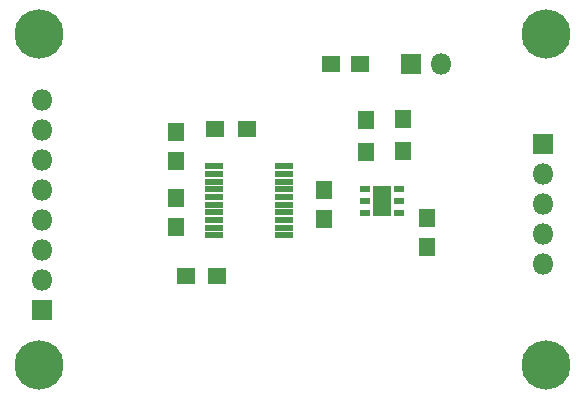
<source format=gts>
%TF.GenerationSoftware,KiCad,Pcbnew,4.0.7*%
%TF.CreationDate,2018-04-09T00:36:22-04:00*%
%TF.ProjectId,TemperatureHumidityEPD,54656D706572617475726548756D6964,rev?*%
%TF.FileFunction,Soldermask,Top*%
%FSLAX46Y46*%
G04 Gerber Fmt 4.6, Leading zero omitted, Abs format (unit mm)*
G04 Created by KiCad (PCBNEW 4.0.7) date Monday, 09 April 2018 'AMt' 00:36:22*
%MOMM*%
%LPD*%
G01*
G04 APERTURE LIST*
%ADD10C,0.127000*%
%ADD11R,0.950000X0.550000*%
%ADD12R,1.600000X2.500000*%
%ADD13R,1.350000X1.600000*%
%ADD14R,1.600000X1.350000*%
%ADD15R,1.800000X1.800000*%
%ADD16O,1.800000X1.800000*%
%ADD17R,1.600000X1.400000*%
%ADD18C,4.164000*%
%ADD19R,1.400000X1.600000*%
%ADD20R,1.550000X0.550000*%
G04 APERTURE END LIST*
D10*
D11*
X130150000Y-95575000D03*
X130150000Y-96600000D03*
X130150000Y-97625000D03*
X133050000Y-97625000D03*
X133055000Y-96600000D03*
X133050000Y-95575000D03*
D12*
X131600000Y-96600000D03*
D13*
X114100000Y-90750000D03*
X114100000Y-93250000D03*
X114100000Y-96350000D03*
X114100000Y-98850000D03*
X126700000Y-95650000D03*
X126700000Y-98150000D03*
D14*
X127250000Y-85000000D03*
X129750000Y-85000000D03*
D13*
X135400000Y-98050000D03*
X135400000Y-100550000D03*
D15*
X102800000Y-105860000D03*
D16*
X102800000Y-103320000D03*
X102800000Y-100780000D03*
X102800000Y-98240000D03*
X102800000Y-95700000D03*
X102800000Y-93160000D03*
X102800000Y-90620000D03*
X102800000Y-88080000D03*
D15*
X145200000Y-91760000D03*
D16*
X145200000Y-94300000D03*
X145200000Y-96840000D03*
X145200000Y-99380000D03*
X145200000Y-101920000D03*
D15*
X134000000Y-85000000D03*
D16*
X136540000Y-85000000D03*
D17*
X114950000Y-103000000D03*
X117650000Y-103000000D03*
D18*
X145500000Y-110500000D03*
X102500000Y-82500000D03*
X102500000Y-110500000D03*
X145500000Y-82500000D03*
D17*
X120150000Y-90500000D03*
X117450000Y-90500000D03*
D19*
X130200000Y-89750000D03*
X130200000Y-92450000D03*
X133400000Y-89650000D03*
X133400000Y-92350000D03*
D20*
X117350000Y-93675000D03*
X117350000Y-94325000D03*
X117350000Y-94975000D03*
X117350000Y-95625000D03*
X117350000Y-96275000D03*
X117350000Y-96925000D03*
X117350000Y-97575000D03*
X117350000Y-98225000D03*
X117350000Y-98875000D03*
X117350000Y-99525000D03*
X123250000Y-99525000D03*
X123250000Y-98875000D03*
X123250000Y-98225000D03*
X123250000Y-97575000D03*
X123250000Y-96925000D03*
X123250000Y-96275000D03*
X123250000Y-95625000D03*
X123250000Y-94975000D03*
X123250000Y-94325000D03*
X123250000Y-93675000D03*
M02*

</source>
